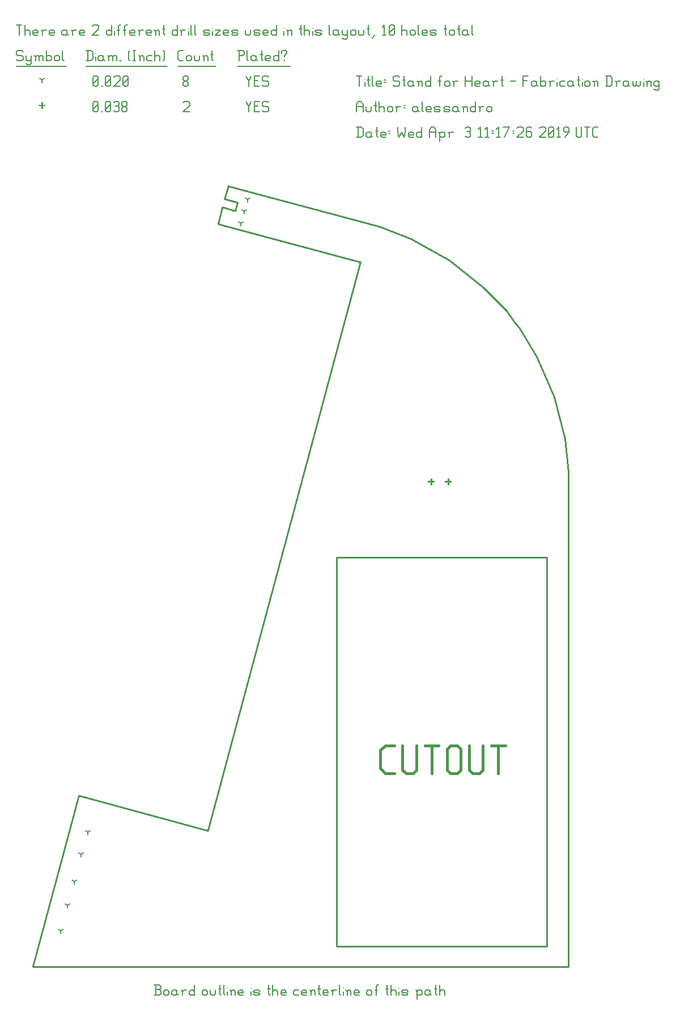
<source format=gbr>
G04 start of page 11 for group -3984 idx -3984 *
G04 Title: Stand for Heart, fab *
G04 Creator: pcb 4.0.2 *
G04 CreationDate: Wed Apr  3 11:17:26 2019 UTC *
G04 For: alez *
G04 Format: Gerber/RS-274X *
G04 PCB-Dimensions (mil): 3346.46 4724.41 *
G04 PCB-Coordinate-Origin: lower left *
%MOIN*%
%FSLAX25Y25*%
%LNFAB*%
%ADD50C,0.0163*%
%ADD49C,0.0100*%
%ADD48C,0.0075*%
%ADD47C,0.0060*%
%ADD46R,0.0080X0.0080*%
G54D46*X244000Y294041D02*Y290841D01*
X242400Y292441D02*X245600D01*
X254000Y294041D02*Y290841D01*
X252400Y292441D02*X255600D01*
X15000Y515291D02*Y512091D01*
X13400Y513691D02*X16600D01*
G54D47*X135000Y515941D02*X136500Y512941D01*
X138000Y515941D01*
X136500Y512941D02*Y509941D01*
X139800Y513241D02*X142050D01*
X139800Y509941D02*X142800D01*
X139800Y515941D02*Y509941D01*
Y515941D02*X142800D01*
X147600D02*X148350Y515191D01*
X145350Y515941D02*X147600D01*
X144600Y515191D02*X145350Y515941D01*
X144600Y515191D02*Y513691D01*
X145350Y512941D01*
X147600D01*
X148350Y512191D01*
Y510691D01*
X147600Y509941D02*X148350Y510691D01*
X145350Y509941D02*X147600D01*
X144600Y510691D02*X145350Y509941D01*
X98000Y515191D02*X98750Y515941D01*
X101000D01*
X101750Y515191D01*
Y513691D01*
X98000Y509941D02*X101750Y513691D01*
X98000Y509941D02*X101750D01*
X45000Y510691D02*X45750Y509941D01*
X45000Y515191D02*Y510691D01*
Y515191D02*X45750Y515941D01*
X47250D01*
X48000Y515191D01*
Y510691D01*
X47250Y509941D02*X48000Y510691D01*
X45750Y509941D02*X47250D01*
X45000Y511441D02*X48000Y514441D01*
X49800Y509941D02*X50550D01*
X52350Y510691D02*X53100Y509941D01*
X52350Y515191D02*Y510691D01*
Y515191D02*X53100Y515941D01*
X54600D01*
X55350Y515191D01*
Y510691D01*
X54600Y509941D02*X55350Y510691D01*
X53100Y509941D02*X54600D01*
X52350Y511441D02*X55350Y514441D01*
X57150Y515191D02*X57900Y515941D01*
X59400D01*
X60150Y515191D01*
X59400Y509941D02*X60150Y510691D01*
X57900Y509941D02*X59400D01*
X57150Y510691D02*X57900Y509941D01*
Y513241D02*X59400D01*
X60150Y515191D02*Y513991D01*
Y512491D02*Y510691D01*
Y512491D02*X59400Y513241D01*
X60150Y513991D02*X59400Y513241D01*
X61950Y510691D02*X62700Y509941D01*
X61950Y511891D02*Y510691D01*
Y511891D02*X63000Y512941D01*
X63900D01*
X64950Y511891D01*
Y510691D01*
X64200Y509941D02*X64950Y510691D01*
X62700Y509941D02*X64200D01*
X61950Y513991D02*X63000Y512941D01*
X61950Y515191D02*Y513991D01*
Y515191D02*X62700Y515941D01*
X64200D01*
X64950Y515191D01*
Y513991D01*
X63900Y512941D02*X64950Y513991D01*
X134000Y451441D02*Y449841D01*
Y451441D02*X135387Y452241D01*
X134000Y451441D02*X132613Y452241D01*
X136000Y458441D02*Y456841D01*
Y458441D02*X137387Y459241D01*
X136000Y458441D02*X134613Y459241D01*
X132000Y444441D02*Y442841D01*
Y444441D02*X133387Y445241D01*
X132000Y444441D02*X130613Y445241D01*
X38000Y73441D02*Y71841D01*
Y73441D02*X39387Y74241D01*
X38000Y73441D02*X36613Y74241D01*
X42000Y86441D02*Y84841D01*
Y86441D02*X43387Y87241D01*
X42000Y86441D02*X40613Y87241D01*
X34000Y57441D02*Y55841D01*
Y57441D02*X35387Y58241D01*
X34000Y57441D02*X32613Y58241D01*
X30000Y43441D02*Y41841D01*
Y43441D02*X31387Y44241D01*
X30000Y43441D02*X28613Y44241D01*
X26000Y28441D02*Y26841D01*
Y28441D02*X27387Y29241D01*
X26000Y28441D02*X24613Y29241D01*
X15000Y528691D02*Y527091D01*
Y528691D02*X16387Y529491D01*
X15000Y528691D02*X13613Y529491D01*
X135000Y530941D02*X136500Y527941D01*
X138000Y530941D01*
X136500Y527941D02*Y524941D01*
X139800Y528241D02*X142050D01*
X139800Y524941D02*X142800D01*
X139800Y530941D02*Y524941D01*
Y530941D02*X142800D01*
X147600D02*X148350Y530191D01*
X145350Y530941D02*X147600D01*
X144600Y530191D02*X145350Y530941D01*
X144600Y530191D02*Y528691D01*
X145350Y527941D01*
X147600D01*
X148350Y527191D01*
Y525691D01*
X147600Y524941D02*X148350Y525691D01*
X145350Y524941D02*X147600D01*
X144600Y525691D02*X145350Y524941D01*
X98000Y525691D02*X98750Y524941D01*
X98000Y526891D02*Y525691D01*
Y526891D02*X99050Y527941D01*
X99950D01*
X101000Y526891D01*
Y525691D01*
X100250Y524941D02*X101000Y525691D01*
X98750Y524941D02*X100250D01*
X98000Y528991D02*X99050Y527941D01*
X98000Y530191D02*Y528991D01*
Y530191D02*X98750Y530941D01*
X100250D01*
X101000Y530191D01*
Y528991D01*
X99950Y527941D02*X101000Y528991D01*
X45000Y525691D02*X45750Y524941D01*
X45000Y530191D02*Y525691D01*
Y530191D02*X45750Y530941D01*
X47250D01*
X48000Y530191D01*
Y525691D01*
X47250Y524941D02*X48000Y525691D01*
X45750Y524941D02*X47250D01*
X45000Y526441D02*X48000Y529441D01*
X49800Y524941D02*X50550D01*
X52350Y525691D02*X53100Y524941D01*
X52350Y530191D02*Y525691D01*
Y530191D02*X53100Y530941D01*
X54600D01*
X55350Y530191D01*
Y525691D01*
X54600Y524941D02*X55350Y525691D01*
X53100Y524941D02*X54600D01*
X52350Y526441D02*X55350Y529441D01*
X57150Y530191D02*X57900Y530941D01*
X60150D01*
X60900Y530191D01*
Y528691D01*
X57150Y524941D02*X60900Y528691D01*
X57150Y524941D02*X60900D01*
X62700Y525691D02*X63450Y524941D01*
X62700Y530191D02*Y525691D01*
Y530191D02*X63450Y530941D01*
X64950D01*
X65700Y530191D01*
Y525691D01*
X64950Y524941D02*X65700Y525691D01*
X63450Y524941D02*X64950D01*
X62700Y526441D02*X65700Y529441D01*
X3000Y545941D02*X3750Y545191D01*
X750Y545941D02*X3000D01*
X0Y545191D02*X750Y545941D01*
X0Y545191D02*Y543691D01*
X750Y542941D01*
X3000D01*
X3750Y542191D01*
Y540691D01*
X3000Y539941D02*X3750Y540691D01*
X750Y539941D02*X3000D01*
X0Y540691D02*X750Y539941D01*
X5550Y542941D02*Y540691D01*
X6300Y539941D01*
X8550Y542941D02*Y538441D01*
X7800Y537691D02*X8550Y538441D01*
X6300Y537691D02*X7800D01*
X5550Y538441D02*X6300Y537691D01*
Y539941D02*X7800D01*
X8550Y540691D01*
X11100Y542191D02*Y539941D01*
Y542191D02*X11850Y542941D01*
X12600D01*
X13350Y542191D01*
Y539941D01*
Y542191D02*X14100Y542941D01*
X14850D01*
X15600Y542191D01*
Y539941D01*
X10350Y542941D02*X11100Y542191D01*
X17400Y545941D02*Y539941D01*
Y540691D02*X18150Y539941D01*
X19650D01*
X20400Y540691D01*
Y542191D02*Y540691D01*
X19650Y542941D02*X20400Y542191D01*
X18150Y542941D02*X19650D01*
X17400Y542191D02*X18150Y542941D01*
X22200Y542191D02*Y540691D01*
Y542191D02*X22950Y542941D01*
X24450D01*
X25200Y542191D01*
Y540691D01*
X24450Y539941D02*X25200Y540691D01*
X22950Y539941D02*X24450D01*
X22200Y540691D02*X22950Y539941D01*
X27000Y545941D02*Y540691D01*
X27750Y539941D01*
X0Y536691D02*X29250D01*
X41750Y545941D02*Y539941D01*
X43700Y545941D02*X44750Y544891D01*
Y540991D01*
X43700Y539941D02*X44750Y540991D01*
X41000Y539941D02*X43700D01*
X41000Y545941D02*X43700D01*
G54D48*X46550Y544441D02*Y544291D01*
G54D47*Y542191D02*Y539941D01*
X50300Y542941D02*X51050Y542191D01*
X48800Y542941D02*X50300D01*
X48050Y542191D02*X48800Y542941D01*
X48050Y542191D02*Y540691D01*
X48800Y539941D01*
X51050Y542941D02*Y540691D01*
X51800Y539941D01*
X48800D02*X50300D01*
X51050Y540691D01*
X54350Y542191D02*Y539941D01*
Y542191D02*X55100Y542941D01*
X55850D01*
X56600Y542191D01*
Y539941D01*
Y542191D02*X57350Y542941D01*
X58100D01*
X58850Y542191D01*
Y539941D01*
X53600Y542941D02*X54350Y542191D01*
X60650Y539941D02*X61400D01*
X65900Y540691D02*X66650Y539941D01*
X65900Y545191D02*X66650Y545941D01*
X65900Y545191D02*Y540691D01*
X68450Y545941D02*X69950D01*
X69200D02*Y539941D01*
X68450D02*X69950D01*
X72500Y542191D02*Y539941D01*
Y542191D02*X73250Y542941D01*
X74000D01*
X74750Y542191D01*
Y539941D01*
X71750Y542941D02*X72500Y542191D01*
X77300Y542941D02*X79550D01*
X76550Y542191D02*X77300Y542941D01*
X76550Y542191D02*Y540691D01*
X77300Y539941D01*
X79550D01*
X81350Y545941D02*Y539941D01*
Y542191D02*X82100Y542941D01*
X83600D01*
X84350Y542191D01*
Y539941D01*
X86150Y545941D02*X86900Y545191D01*
Y540691D01*
X86150Y539941D02*X86900Y540691D01*
X41000Y536691D02*X88700D01*
X96050Y539941D02*X98000D01*
X95000Y540991D02*X96050Y539941D01*
X95000Y544891D02*Y540991D01*
Y544891D02*X96050Y545941D01*
X98000D01*
X99800Y542191D02*Y540691D01*
Y542191D02*X100550Y542941D01*
X102050D01*
X102800Y542191D01*
Y540691D01*
X102050Y539941D02*X102800Y540691D01*
X100550Y539941D02*X102050D01*
X99800Y540691D02*X100550Y539941D01*
X104600Y542941D02*Y540691D01*
X105350Y539941D01*
X106850D01*
X107600Y540691D01*
Y542941D02*Y540691D01*
X110150Y542191D02*Y539941D01*
Y542191D02*X110900Y542941D01*
X111650D01*
X112400Y542191D01*
Y539941D01*
X109400Y542941D02*X110150Y542191D01*
X114950Y545941D02*Y540691D01*
X115700Y539941D01*
X114200Y543691D02*X115700D01*
X95000Y536691D02*X117200D01*
X130750Y545941D02*Y539941D01*
X130000Y545941D02*X133000D01*
X133750Y545191D01*
Y543691D01*
X133000Y542941D02*X133750Y543691D01*
X130750Y542941D02*X133000D01*
X135550Y545941D02*Y540691D01*
X136300Y539941D01*
X140050Y542941D02*X140800Y542191D01*
X138550Y542941D02*X140050D01*
X137800Y542191D02*X138550Y542941D01*
X137800Y542191D02*Y540691D01*
X138550Y539941D01*
X140800Y542941D02*Y540691D01*
X141550Y539941D01*
X138550D02*X140050D01*
X140800Y540691D01*
X144100Y545941D02*Y540691D01*
X144850Y539941D01*
X143350Y543691D02*X144850D01*
X147100Y539941D02*X149350D01*
X146350Y540691D02*X147100Y539941D01*
X146350Y542191D02*Y540691D01*
Y542191D02*X147100Y542941D01*
X148600D01*
X149350Y542191D01*
X146350Y541441D02*X149350D01*
Y542191D02*Y541441D01*
X154150Y545941D02*Y539941D01*
X153400D02*X154150Y540691D01*
X151900Y539941D02*X153400D01*
X151150Y540691D02*X151900Y539941D01*
X151150Y542191D02*Y540691D01*
Y542191D02*X151900Y542941D01*
X153400D01*
X154150Y542191D01*
X157450Y542941D02*Y542191D01*
Y540691D02*Y539941D01*
X155950Y545191D02*Y544441D01*
Y545191D02*X156700Y545941D01*
X158200D01*
X158950Y545191D01*
Y544441D01*
X157450Y542941D02*X158950Y544441D01*
X130000Y536691D02*X160750D01*
X0Y560941D02*X3000D01*
X1500D02*Y554941D01*
X4800Y560941D02*Y554941D01*
Y557191D02*X5550Y557941D01*
X7050D01*
X7800Y557191D01*
Y554941D01*
X10350D02*X12600D01*
X9600Y555691D02*X10350Y554941D01*
X9600Y557191D02*Y555691D01*
Y557191D02*X10350Y557941D01*
X11850D01*
X12600Y557191D01*
X9600Y556441D02*X12600D01*
Y557191D02*Y556441D01*
X15150Y557191D02*Y554941D01*
Y557191D02*X15900Y557941D01*
X17400D01*
X14400D02*X15150Y557191D01*
X19950Y554941D02*X22200D01*
X19200Y555691D02*X19950Y554941D01*
X19200Y557191D02*Y555691D01*
Y557191D02*X19950Y557941D01*
X21450D01*
X22200Y557191D01*
X19200Y556441D02*X22200D01*
Y557191D02*Y556441D01*
X28950Y557941D02*X29700Y557191D01*
X27450Y557941D02*X28950D01*
X26700Y557191D02*X27450Y557941D01*
X26700Y557191D02*Y555691D01*
X27450Y554941D01*
X29700Y557941D02*Y555691D01*
X30450Y554941D01*
X27450D02*X28950D01*
X29700Y555691D01*
X33000Y557191D02*Y554941D01*
Y557191D02*X33750Y557941D01*
X35250D01*
X32250D02*X33000Y557191D01*
X37800Y554941D02*X40050D01*
X37050Y555691D02*X37800Y554941D01*
X37050Y557191D02*Y555691D01*
Y557191D02*X37800Y557941D01*
X39300D01*
X40050Y557191D01*
X37050Y556441D02*X40050D01*
Y557191D02*Y556441D01*
X44550Y560191D02*X45300Y560941D01*
X47550D01*
X48300Y560191D01*
Y558691D01*
X44550Y554941D02*X48300Y558691D01*
X44550Y554941D02*X48300D01*
X55800Y560941D02*Y554941D01*
X55050D02*X55800Y555691D01*
X53550Y554941D02*X55050D01*
X52800Y555691D02*X53550Y554941D01*
X52800Y557191D02*Y555691D01*
Y557191D02*X53550Y557941D01*
X55050D01*
X55800Y557191D01*
G54D48*X57600Y559441D02*Y559291D01*
G54D47*Y557191D02*Y554941D01*
X59850Y560191D02*Y554941D01*
Y560191D02*X60600Y560941D01*
X61350D01*
X59100Y557941D02*X60600D01*
X63600Y560191D02*Y554941D01*
Y560191D02*X64350Y560941D01*
X65100D01*
X62850Y557941D02*X64350D01*
X67350Y554941D02*X69600D01*
X66600Y555691D02*X67350Y554941D01*
X66600Y557191D02*Y555691D01*
Y557191D02*X67350Y557941D01*
X68850D01*
X69600Y557191D01*
X66600Y556441D02*X69600D01*
Y557191D02*Y556441D01*
X72150Y557191D02*Y554941D01*
Y557191D02*X72900Y557941D01*
X74400D01*
X71400D02*X72150Y557191D01*
X76950Y554941D02*X79200D01*
X76200Y555691D02*X76950Y554941D01*
X76200Y557191D02*Y555691D01*
Y557191D02*X76950Y557941D01*
X78450D01*
X79200Y557191D01*
X76200Y556441D02*X79200D01*
Y557191D02*Y556441D01*
X81750Y557191D02*Y554941D01*
Y557191D02*X82500Y557941D01*
X83250D01*
X84000Y557191D01*
Y554941D01*
X81000Y557941D02*X81750Y557191D01*
X86550Y560941D02*Y555691D01*
X87300Y554941D01*
X85800Y558691D02*X87300D01*
X94500Y560941D02*Y554941D01*
X93750D02*X94500Y555691D01*
X92250Y554941D02*X93750D01*
X91500Y555691D02*X92250Y554941D01*
X91500Y557191D02*Y555691D01*
Y557191D02*X92250Y557941D01*
X93750D01*
X94500Y557191D01*
X97050D02*Y554941D01*
Y557191D02*X97800Y557941D01*
X99300D01*
X96300D02*X97050Y557191D01*
G54D48*X101100Y559441D02*Y559291D01*
G54D47*Y557191D02*Y554941D01*
X102600Y560941D02*Y555691D01*
X103350Y554941D01*
X104850Y560941D02*Y555691D01*
X105600Y554941D01*
X110550D02*X112800D01*
X113550Y555691D01*
X112800Y556441D02*X113550Y555691D01*
X110550Y556441D02*X112800D01*
X109800Y557191D02*X110550Y556441D01*
X109800Y557191D02*X110550Y557941D01*
X112800D01*
X113550Y557191D01*
X109800Y555691D02*X110550Y554941D01*
G54D48*X115350Y559441D02*Y559291D01*
G54D47*Y557191D02*Y554941D01*
X116850Y557941D02*X119850D01*
X116850Y554941D02*X119850Y557941D01*
X116850Y554941D02*X119850D01*
X122400D02*X124650D01*
X121650Y555691D02*X122400Y554941D01*
X121650Y557191D02*Y555691D01*
Y557191D02*X122400Y557941D01*
X123900D01*
X124650Y557191D01*
X121650Y556441D02*X124650D01*
Y557191D02*Y556441D01*
X127200Y554941D02*X129450D01*
X130200Y555691D01*
X129450Y556441D02*X130200Y555691D01*
X127200Y556441D02*X129450D01*
X126450Y557191D02*X127200Y556441D01*
X126450Y557191D02*X127200Y557941D01*
X129450D01*
X130200Y557191D01*
X126450Y555691D02*X127200Y554941D01*
X134700Y557941D02*Y555691D01*
X135450Y554941D01*
X136950D01*
X137700Y555691D01*
Y557941D02*Y555691D01*
X140250Y554941D02*X142500D01*
X143250Y555691D01*
X142500Y556441D02*X143250Y555691D01*
X140250Y556441D02*X142500D01*
X139500Y557191D02*X140250Y556441D01*
X139500Y557191D02*X140250Y557941D01*
X142500D01*
X143250Y557191D01*
X139500Y555691D02*X140250Y554941D01*
X145800D02*X148050D01*
X145050Y555691D02*X145800Y554941D01*
X145050Y557191D02*Y555691D01*
Y557191D02*X145800Y557941D01*
X147300D01*
X148050Y557191D01*
X145050Y556441D02*X148050D01*
Y557191D02*Y556441D01*
X152850Y560941D02*Y554941D01*
X152100D02*X152850Y555691D01*
X150600Y554941D02*X152100D01*
X149850Y555691D02*X150600Y554941D01*
X149850Y557191D02*Y555691D01*
Y557191D02*X150600Y557941D01*
X152100D01*
X152850Y557191D01*
G54D48*X157350Y559441D02*Y559291D01*
G54D47*Y557191D02*Y554941D01*
X159600Y557191D02*Y554941D01*
Y557191D02*X160350Y557941D01*
X161100D01*
X161850Y557191D01*
Y554941D01*
X158850Y557941D02*X159600Y557191D01*
X167100Y560941D02*Y555691D01*
X167850Y554941D01*
X166350Y558691D02*X167850D01*
X169350Y560941D02*Y554941D01*
Y557191D02*X170100Y557941D01*
X171600D01*
X172350Y557191D01*
Y554941D01*
G54D48*X174150Y559441D02*Y559291D01*
G54D47*Y557191D02*Y554941D01*
X176400D02*X178650D01*
X179400Y555691D01*
X178650Y556441D02*X179400Y555691D01*
X176400Y556441D02*X178650D01*
X175650Y557191D02*X176400Y556441D01*
X175650Y557191D02*X176400Y557941D01*
X178650D01*
X179400Y557191D01*
X175650Y555691D02*X176400Y554941D01*
X183900Y560941D02*Y555691D01*
X184650Y554941D01*
X188400Y557941D02*X189150Y557191D01*
X186900Y557941D02*X188400D01*
X186150Y557191D02*X186900Y557941D01*
X186150Y557191D02*Y555691D01*
X186900Y554941D01*
X189150Y557941D02*Y555691D01*
X189900Y554941D01*
X186900D02*X188400D01*
X189150Y555691D01*
X191700Y557941D02*Y555691D01*
X192450Y554941D01*
X194700Y557941D02*Y553441D01*
X193950Y552691D02*X194700Y553441D01*
X192450Y552691D02*X193950D01*
X191700Y553441D02*X192450Y552691D01*
Y554941D02*X193950D01*
X194700Y555691D01*
X196500Y557191D02*Y555691D01*
Y557191D02*X197250Y557941D01*
X198750D01*
X199500Y557191D01*
Y555691D01*
X198750Y554941D02*X199500Y555691D01*
X197250Y554941D02*X198750D01*
X196500Y555691D02*X197250Y554941D01*
X201300Y557941D02*Y555691D01*
X202050Y554941D01*
X203550D01*
X204300Y555691D01*
Y557941D02*Y555691D01*
X206850Y560941D02*Y555691D01*
X207600Y554941D01*
X206100Y558691D02*X207600D01*
X209100Y553441D02*X210600Y554941D01*
X215100Y559741D02*X216300Y560941D01*
Y554941D01*
X215100D02*X217350D01*
X219150Y555691D02*X219900Y554941D01*
X219150Y560191D02*Y555691D01*
Y560191D02*X219900Y560941D01*
X221400D01*
X222150Y560191D01*
Y555691D01*
X221400Y554941D02*X222150Y555691D01*
X219900Y554941D02*X221400D01*
X219150Y556441D02*X222150Y559441D01*
X226650Y560941D02*Y554941D01*
Y557191D02*X227400Y557941D01*
X228900D01*
X229650Y557191D01*
Y554941D01*
X231450Y557191D02*Y555691D01*
Y557191D02*X232200Y557941D01*
X233700D01*
X234450Y557191D01*
Y555691D01*
X233700Y554941D02*X234450Y555691D01*
X232200Y554941D02*X233700D01*
X231450Y555691D02*X232200Y554941D01*
X236250Y560941D02*Y555691D01*
X237000Y554941D01*
X239250D02*X241500D01*
X238500Y555691D02*X239250Y554941D01*
X238500Y557191D02*Y555691D01*
Y557191D02*X239250Y557941D01*
X240750D01*
X241500Y557191D01*
X238500Y556441D02*X241500D01*
Y557191D02*Y556441D01*
X244050Y554941D02*X246300D01*
X247050Y555691D01*
X246300Y556441D02*X247050Y555691D01*
X244050Y556441D02*X246300D01*
X243300Y557191D02*X244050Y556441D01*
X243300Y557191D02*X244050Y557941D01*
X246300D01*
X247050Y557191D01*
X243300Y555691D02*X244050Y554941D01*
X252300Y560941D02*Y555691D01*
X253050Y554941D01*
X251550Y558691D02*X253050D01*
X254550Y557191D02*Y555691D01*
Y557191D02*X255300Y557941D01*
X256800D01*
X257550Y557191D01*
Y555691D01*
X256800Y554941D02*X257550Y555691D01*
X255300Y554941D02*X256800D01*
X254550Y555691D02*X255300Y554941D01*
X260100Y560941D02*Y555691D01*
X260850Y554941D01*
X259350Y558691D02*X260850D01*
X264600Y557941D02*X265350Y557191D01*
X263100Y557941D02*X264600D01*
X262350Y557191D02*X263100Y557941D01*
X262350Y557191D02*Y555691D01*
X263100Y554941D01*
X265350Y557941D02*Y555691D01*
X266100Y554941D01*
X263100D02*X264600D01*
X265350Y555691D01*
X267900Y560941D02*Y555691D01*
X268650Y554941D01*
G54D49*X324556Y298257D02*X322407Y317490D01*
X316125Y342446D01*
X305920Y366068D01*
X295915Y382632D01*
X292014Y387715D01*
X288108Y392804D01*
X274701Y406753D01*
X254525Y422725D01*
X232043Y435258D01*
X214025Y442306D01*
X207835Y443960D01*
X324556Y298257D02*Y7393D01*
X9598D02*X324556D01*
X118457Y444096D02*X121045Y453758D01*
X122342Y458588D02*X124409Y466313D01*
X112571Y87472D02*X202122Y421678D01*
X124393Y466152D02*X207858Y444105D01*
X9433Y7491D02*X36598Y107885D01*
X129905Y456703D02*X122425Y458672D01*
X201952Y421664D02*X118488Y444105D01*
X36598Y107885D02*X112582Y87412D01*
X128724Y451585D02*X129905Y456703D01*
X120850Y453948D02*X128724Y451585D01*
X188247Y248038D02*X312042D01*
Y19312D01*
X188247D01*
Y248038D01*
G54D50*X216856Y121041D02*X222160D01*
X214000Y123897D02*X216856Y121041D01*
X214000Y134505D02*Y123897D01*
Y134505D02*X216856Y137361D01*
X222160D01*
X227056D02*Y123081D01*
X229096Y121041D01*
X233176D01*
X235216Y123081D01*
Y137361D02*Y123081D01*
X240112Y137361D02*X248272D01*
X244192D02*Y121041D01*
X253168Y135321D02*Y123081D01*
Y135321D02*X255208Y137361D01*
X259288D01*
X261328Y135321D01*
Y123081D01*
X259288Y121041D02*X261328Y123081D01*
X255208Y121041D02*X259288D01*
X253168Y123081D02*X255208Y121041D01*
X266224Y137361D02*Y123081D01*
X268264Y121041D01*
X272344D01*
X274384Y123081D01*
Y137361D02*Y123081D01*
X279280Y137361D02*X287440D01*
X283360D02*Y121041D01*
G54D47*X80998Y-9500D02*X83998D01*
X84748Y-8750D01*
Y-6950D02*Y-8750D01*
X83998Y-6200D02*X84748Y-6950D01*
X81748Y-6200D02*X83998D01*
X81748Y-3500D02*Y-9500D01*
X80998Y-3500D02*X83998D01*
X84748Y-4250D01*
Y-5450D01*
X83998Y-6200D02*X84748Y-5450D01*
X86548Y-7250D02*Y-8750D01*
Y-7250D02*X87298Y-6500D01*
X88798D01*
X89548Y-7250D01*
Y-8750D01*
X88798Y-9500D02*X89548Y-8750D01*
X87298Y-9500D02*X88798D01*
X86548Y-8750D02*X87298Y-9500D01*
X93598Y-6500D02*X94348Y-7250D01*
X92098Y-6500D02*X93598D01*
X91348Y-7250D02*X92098Y-6500D01*
X91348Y-7250D02*Y-8750D01*
X92098Y-9500D01*
X94348Y-6500D02*Y-8750D01*
X95098Y-9500D01*
X92098D02*X93598D01*
X94348Y-8750D01*
X97648Y-7250D02*Y-9500D01*
Y-7250D02*X98398Y-6500D01*
X99898D01*
X96898D02*X97648Y-7250D01*
X104698Y-3500D02*Y-9500D01*
X103948D02*X104698Y-8750D01*
X102448Y-9500D02*X103948D01*
X101698Y-8750D02*X102448Y-9500D01*
X101698Y-7250D02*Y-8750D01*
Y-7250D02*X102448Y-6500D01*
X103948D01*
X104698Y-7250D01*
X109198D02*Y-8750D01*
Y-7250D02*X109948Y-6500D01*
X111448D01*
X112198Y-7250D01*
Y-8750D01*
X111448Y-9500D02*X112198Y-8750D01*
X109948Y-9500D02*X111448D01*
X109198Y-8750D02*X109948Y-9500D01*
X113998Y-6500D02*Y-8750D01*
X114748Y-9500D01*
X116248D01*
X116998Y-8750D01*
Y-6500D02*Y-8750D01*
X119548Y-3500D02*Y-8750D01*
X120298Y-9500D01*
X118798Y-5750D02*X120298D01*
X121798Y-3500D02*Y-8750D01*
X122548Y-9500D01*
G54D48*X124048Y-5000D02*Y-5150D01*
G54D47*Y-7250D02*Y-9500D01*
X126298Y-7250D02*Y-9500D01*
Y-7250D02*X127048Y-6500D01*
X127798D01*
X128548Y-7250D01*
Y-9500D01*
X125548Y-6500D02*X126298Y-7250D01*
X131098Y-9500D02*X133348D01*
X130348Y-8750D02*X131098Y-9500D01*
X130348Y-7250D02*Y-8750D01*
Y-7250D02*X131098Y-6500D01*
X132598D01*
X133348Y-7250D01*
X130348Y-8000D02*X133348D01*
Y-7250D02*Y-8000D01*
G54D48*X137848Y-5000D02*Y-5150D01*
G54D47*Y-7250D02*Y-9500D01*
X140098D02*X142348D01*
X143098Y-8750D01*
X142348Y-8000D02*X143098Y-8750D01*
X140098Y-8000D02*X142348D01*
X139348Y-7250D02*X140098Y-8000D01*
X139348Y-7250D02*X140098Y-6500D01*
X142348D01*
X143098Y-7250D01*
X139348Y-8750D02*X140098Y-9500D01*
X148348Y-3500D02*Y-8750D01*
X149098Y-9500D01*
X147598Y-5750D02*X149098D01*
X150598Y-3500D02*Y-9500D01*
Y-7250D02*X151348Y-6500D01*
X152848D01*
X153598Y-7250D01*
Y-9500D01*
X156148D02*X158398D01*
X155398Y-8750D02*X156148Y-9500D01*
X155398Y-7250D02*Y-8750D01*
Y-7250D02*X156148Y-6500D01*
X157648D01*
X158398Y-7250D01*
X155398Y-8000D02*X158398D01*
Y-7250D02*Y-8000D01*
X163648Y-6500D02*X165898D01*
X162898Y-7250D02*X163648Y-6500D01*
X162898Y-7250D02*Y-8750D01*
X163648Y-9500D01*
X165898D01*
X168448D02*X170698D01*
X167698Y-8750D02*X168448Y-9500D01*
X167698Y-7250D02*Y-8750D01*
Y-7250D02*X168448Y-6500D01*
X169948D01*
X170698Y-7250D01*
X167698Y-8000D02*X170698D01*
Y-7250D02*Y-8000D01*
X173248Y-7250D02*Y-9500D01*
Y-7250D02*X173998Y-6500D01*
X174748D01*
X175498Y-7250D01*
Y-9500D01*
X172498Y-6500D02*X173248Y-7250D01*
X178048Y-3500D02*Y-8750D01*
X178798Y-9500D01*
X177298Y-5750D02*X178798D01*
X181048Y-9500D02*X183298D01*
X180298Y-8750D02*X181048Y-9500D01*
X180298Y-7250D02*Y-8750D01*
Y-7250D02*X181048Y-6500D01*
X182548D01*
X183298Y-7250D01*
X180298Y-8000D02*X183298D01*
Y-7250D02*Y-8000D01*
X185848Y-7250D02*Y-9500D01*
Y-7250D02*X186598Y-6500D01*
X188098D01*
X185098D02*X185848Y-7250D01*
X189898Y-3500D02*Y-8750D01*
X190648Y-9500D01*
G54D48*X192148Y-5000D02*Y-5150D01*
G54D47*Y-7250D02*Y-9500D01*
X194398Y-7250D02*Y-9500D01*
Y-7250D02*X195148Y-6500D01*
X195898D01*
X196648Y-7250D01*
Y-9500D01*
X193648Y-6500D02*X194398Y-7250D01*
X199198Y-9500D02*X201448D01*
X198448Y-8750D02*X199198Y-9500D01*
X198448Y-7250D02*Y-8750D01*
Y-7250D02*X199198Y-6500D01*
X200698D01*
X201448Y-7250D01*
X198448Y-8000D02*X201448D01*
Y-7250D02*Y-8000D01*
X205948Y-7250D02*Y-8750D01*
Y-7250D02*X206698Y-6500D01*
X208198D01*
X208948Y-7250D01*
Y-8750D01*
X208198Y-9500D02*X208948Y-8750D01*
X206698Y-9500D02*X208198D01*
X205948Y-8750D02*X206698Y-9500D01*
X211498Y-4250D02*Y-9500D01*
Y-4250D02*X212248Y-3500D01*
X212998D01*
X210748Y-6500D02*X212248D01*
X217948Y-3500D02*Y-8750D01*
X218698Y-9500D01*
X217198Y-5750D02*X218698D01*
X220198Y-3500D02*Y-9500D01*
Y-7250D02*X220948Y-6500D01*
X222448D01*
X223198Y-7250D01*
Y-9500D01*
G54D48*X224998Y-5000D02*Y-5150D01*
G54D47*Y-7250D02*Y-9500D01*
X227248D02*X229498D01*
X230248Y-8750D01*
X229498Y-8000D02*X230248Y-8750D01*
X227248Y-8000D02*X229498D01*
X226498Y-7250D02*X227248Y-8000D01*
X226498Y-7250D02*X227248Y-6500D01*
X229498D01*
X230248Y-7250D01*
X226498Y-8750D02*X227248Y-9500D01*
X235498Y-7250D02*Y-11750D01*
X234748Y-6500D02*X235498Y-7250D01*
X236248Y-6500D01*
X237748D01*
X238498Y-7250D01*
Y-8750D01*
X237748Y-9500D02*X238498Y-8750D01*
X236248Y-9500D02*X237748D01*
X235498Y-8750D02*X236248Y-9500D01*
X242548Y-6500D02*X243298Y-7250D01*
X241048Y-6500D02*X242548D01*
X240298Y-7250D02*X241048Y-6500D01*
X240298Y-7250D02*Y-8750D01*
X241048Y-9500D01*
X243298Y-6500D02*Y-8750D01*
X244048Y-9500D01*
X241048D02*X242548D01*
X243298Y-8750D01*
X246598Y-3500D02*Y-8750D01*
X247348Y-9500D01*
X245848Y-5750D02*X247348D01*
X248848Y-3500D02*Y-9500D01*
Y-7250D02*X249598Y-6500D01*
X251098D01*
X251848Y-7250D01*
Y-9500D01*
X200750Y500941D02*Y494941D01*
X202700Y500941D02*X203750Y499891D01*
Y495991D01*
X202700Y494941D02*X203750Y495991D01*
X200000Y494941D02*X202700D01*
X200000Y500941D02*X202700D01*
X207800Y497941D02*X208550Y497191D01*
X206300Y497941D02*X207800D01*
X205550Y497191D02*X206300Y497941D01*
X205550Y497191D02*Y495691D01*
X206300Y494941D01*
X208550Y497941D02*Y495691D01*
X209300Y494941D01*
X206300D02*X207800D01*
X208550Y495691D01*
X211850Y500941D02*Y495691D01*
X212600Y494941D01*
X211100Y498691D02*X212600D01*
X214850Y494941D02*X217100D01*
X214100Y495691D02*X214850Y494941D01*
X214100Y497191D02*Y495691D01*
Y497191D02*X214850Y497941D01*
X216350D01*
X217100Y497191D01*
X214100Y496441D02*X217100D01*
Y497191D02*Y496441D01*
X218900Y498691D02*X219650D01*
X218900Y497191D02*X219650D01*
X224150Y500941D02*Y497941D01*
X224900Y494941D01*
X226400Y497941D01*
X227900Y494941D01*
X228650Y497941D01*
Y500941D02*Y497941D01*
X231200Y494941D02*X233450D01*
X230450Y495691D02*X231200Y494941D01*
X230450Y497191D02*Y495691D01*
Y497191D02*X231200Y497941D01*
X232700D01*
X233450Y497191D01*
X230450Y496441D02*X233450D01*
Y497191D02*Y496441D01*
X238250Y500941D02*Y494941D01*
X237500D02*X238250Y495691D01*
X236000Y494941D02*X237500D01*
X235250Y495691D02*X236000Y494941D01*
X235250Y497191D02*Y495691D01*
Y497191D02*X236000Y497941D01*
X237500D01*
X238250Y497191D01*
X242750Y499441D02*Y494941D01*
Y499441D02*X243800Y500941D01*
X245450D01*
X246500Y499441D01*
Y494941D01*
X242750Y497941D02*X246500D01*
X249050Y497191D02*Y492691D01*
X248300Y497941D02*X249050Y497191D01*
X249800Y497941D01*
X251300D01*
X252050Y497191D01*
Y495691D01*
X251300Y494941D02*X252050Y495691D01*
X249800Y494941D02*X251300D01*
X249050Y495691D02*X249800Y494941D01*
X254600Y497191D02*Y494941D01*
Y497191D02*X255350Y497941D01*
X256850D01*
X253850D02*X254600Y497191D01*
X264050Y500191D02*X264800Y500941D01*
X266300D01*
X267050Y500191D01*
X266300Y494941D02*X267050Y495691D01*
X264800Y494941D02*X266300D01*
X264050Y495691D02*X264800Y494941D01*
Y498241D02*X266300D01*
X267050Y500191D02*Y498991D01*
Y497491D02*Y495691D01*
Y497491D02*X266300Y498241D01*
X267050Y498991D02*X266300Y498241D01*
X271550Y499741D02*X272750Y500941D01*
Y494941D01*
X271550D02*X273800D01*
X275600Y499741D02*X276800Y500941D01*
Y494941D01*
X275600D02*X277850D01*
X279650Y498691D02*X280400D01*
X279650Y497191D02*X280400D01*
X282200Y499741D02*X283400Y500941D01*
Y494941D01*
X282200D02*X284450D01*
X287000D02*X290000Y500941D01*
X286250D02*X290000D01*
X291800Y498691D02*X292550D01*
X291800Y497191D02*X292550D01*
X294350Y500191D02*X295100Y500941D01*
X297350D01*
X298100Y500191D01*
Y498691D01*
X294350Y494941D02*X298100Y498691D01*
X294350Y494941D02*X298100D01*
X302150Y500941D02*X302900Y500191D01*
X300650Y500941D02*X302150D01*
X299900Y500191D02*X300650Y500941D01*
X299900Y500191D02*Y495691D01*
X300650Y494941D01*
X302150Y498241D02*X302900Y497491D01*
X299900Y498241D02*X302150D01*
X300650Y494941D02*X302150D01*
X302900Y495691D01*
Y497491D02*Y495691D01*
X307400Y500191D02*X308150Y500941D01*
X310400D01*
X311150Y500191D01*
Y498691D01*
X307400Y494941D02*X311150Y498691D01*
X307400Y494941D02*X311150D01*
X312950Y495691D02*X313700Y494941D01*
X312950Y500191D02*Y495691D01*
Y500191D02*X313700Y500941D01*
X315200D01*
X315950Y500191D01*
Y495691D01*
X315200Y494941D02*X315950Y495691D01*
X313700Y494941D02*X315200D01*
X312950Y496441D02*X315950Y499441D01*
X317750Y499741D02*X318950Y500941D01*
Y494941D01*
X317750D02*X320000D01*
X322550D02*X324800Y497941D01*
Y500191D02*Y497941D01*
X324050Y500941D02*X324800Y500191D01*
X322550Y500941D02*X324050D01*
X321800Y500191D02*X322550Y500941D01*
X321800Y500191D02*Y498691D01*
X322550Y497941D01*
X324800D01*
X329300Y500941D02*Y495691D01*
X330050Y494941D01*
X331550D01*
X332300Y495691D01*
Y500941D02*Y495691D01*
X334100Y500941D02*X337100D01*
X335600D02*Y494941D01*
X339950D02*X341900D01*
X338900Y495991D02*X339950Y494941D01*
X338900Y499891D02*Y495991D01*
Y499891D02*X339950Y500941D01*
X341900D01*
X200000Y514441D02*Y509941D01*
Y514441D02*X201050Y515941D01*
X202700D01*
X203750Y514441D01*
Y509941D01*
X200000Y512941D02*X203750D01*
X205550D02*Y510691D01*
X206300Y509941D01*
X207800D01*
X208550Y510691D01*
Y512941D02*Y510691D01*
X211100Y515941D02*Y510691D01*
X211850Y509941D01*
X210350Y513691D02*X211850D01*
X213350Y515941D02*Y509941D01*
Y512191D02*X214100Y512941D01*
X215600D01*
X216350Y512191D01*
Y509941D01*
X218150Y512191D02*Y510691D01*
Y512191D02*X218900Y512941D01*
X220400D01*
X221150Y512191D01*
Y510691D01*
X220400Y509941D02*X221150Y510691D01*
X218900Y509941D02*X220400D01*
X218150Y510691D02*X218900Y509941D01*
X223700Y512191D02*Y509941D01*
Y512191D02*X224450Y512941D01*
X225950D01*
X222950D02*X223700Y512191D01*
X227750Y513691D02*X228500D01*
X227750Y512191D02*X228500D01*
X235250Y512941D02*X236000Y512191D01*
X233750Y512941D02*X235250D01*
X233000Y512191D02*X233750Y512941D01*
X233000Y512191D02*Y510691D01*
X233750Y509941D01*
X236000Y512941D02*Y510691D01*
X236750Y509941D01*
X233750D02*X235250D01*
X236000Y510691D01*
X238550Y515941D02*Y510691D01*
X239300Y509941D01*
X241550D02*X243800D01*
X240800Y510691D02*X241550Y509941D01*
X240800Y512191D02*Y510691D01*
Y512191D02*X241550Y512941D01*
X243050D01*
X243800Y512191D01*
X240800Y511441D02*X243800D01*
Y512191D02*Y511441D01*
X246350Y509941D02*X248600D01*
X249350Y510691D01*
X248600Y511441D02*X249350Y510691D01*
X246350Y511441D02*X248600D01*
X245600Y512191D02*X246350Y511441D01*
X245600Y512191D02*X246350Y512941D01*
X248600D01*
X249350Y512191D01*
X245600Y510691D02*X246350Y509941D01*
X251900D02*X254150D01*
X254900Y510691D01*
X254150Y511441D02*X254900Y510691D01*
X251900Y511441D02*X254150D01*
X251150Y512191D02*X251900Y511441D01*
X251150Y512191D02*X251900Y512941D01*
X254150D01*
X254900Y512191D01*
X251150Y510691D02*X251900Y509941D01*
X258950Y512941D02*X259700Y512191D01*
X257450Y512941D02*X258950D01*
X256700Y512191D02*X257450Y512941D01*
X256700Y512191D02*Y510691D01*
X257450Y509941D01*
X259700Y512941D02*Y510691D01*
X260450Y509941D01*
X257450D02*X258950D01*
X259700Y510691D01*
X263000Y512191D02*Y509941D01*
Y512191D02*X263750Y512941D01*
X264500D01*
X265250Y512191D01*
Y509941D01*
X262250Y512941D02*X263000Y512191D01*
X270050Y515941D02*Y509941D01*
X269300D02*X270050Y510691D01*
X267800Y509941D02*X269300D01*
X267050Y510691D02*X267800Y509941D01*
X267050Y512191D02*Y510691D01*
Y512191D02*X267800Y512941D01*
X269300D01*
X270050Y512191D01*
X272600D02*Y509941D01*
Y512191D02*X273350Y512941D01*
X274850D01*
X271850D02*X272600Y512191D01*
X276650D02*Y510691D01*
Y512191D02*X277400Y512941D01*
X278900D01*
X279650Y512191D01*
Y510691D01*
X278900Y509941D02*X279650Y510691D01*
X277400Y509941D02*X278900D01*
X276650Y510691D02*X277400Y509941D01*
X200000Y530941D02*X203000D01*
X201500D02*Y524941D01*
G54D48*X204800Y529441D02*Y529291D01*
G54D47*Y527191D02*Y524941D01*
X207050Y530941D02*Y525691D01*
X207800Y524941D01*
X206300Y528691D02*X207800D01*
X209300Y530941D02*Y525691D01*
X210050Y524941D01*
X212300D02*X214550D01*
X211550Y525691D02*X212300Y524941D01*
X211550Y527191D02*Y525691D01*
Y527191D02*X212300Y527941D01*
X213800D01*
X214550Y527191D01*
X211550Y526441D02*X214550D01*
Y527191D02*Y526441D01*
X216350Y528691D02*X217100D01*
X216350Y527191D02*X217100D01*
X224600Y530941D02*X225350Y530191D01*
X222350Y530941D02*X224600D01*
X221600Y530191D02*X222350Y530941D01*
X221600Y530191D02*Y528691D01*
X222350Y527941D01*
X224600D01*
X225350Y527191D01*
Y525691D01*
X224600Y524941D02*X225350Y525691D01*
X222350Y524941D02*X224600D01*
X221600Y525691D02*X222350Y524941D01*
X227900Y530941D02*Y525691D01*
X228650Y524941D01*
X227150Y528691D02*X228650D01*
X232400Y527941D02*X233150Y527191D01*
X230900Y527941D02*X232400D01*
X230150Y527191D02*X230900Y527941D01*
X230150Y527191D02*Y525691D01*
X230900Y524941D01*
X233150Y527941D02*Y525691D01*
X233900Y524941D01*
X230900D02*X232400D01*
X233150Y525691D01*
X236450Y527191D02*Y524941D01*
Y527191D02*X237200Y527941D01*
X237950D01*
X238700Y527191D01*
Y524941D01*
X235700Y527941D02*X236450Y527191D01*
X243500Y530941D02*Y524941D01*
X242750D02*X243500Y525691D01*
X241250Y524941D02*X242750D01*
X240500Y525691D02*X241250Y524941D01*
X240500Y527191D02*Y525691D01*
Y527191D02*X241250Y527941D01*
X242750D01*
X243500Y527191D01*
X248750Y530191D02*Y524941D01*
Y530191D02*X249500Y530941D01*
X250250D01*
X248000Y527941D02*X249500D01*
X251750Y527191D02*Y525691D01*
Y527191D02*X252500Y527941D01*
X254000D01*
X254750Y527191D01*
Y525691D01*
X254000Y524941D02*X254750Y525691D01*
X252500Y524941D02*X254000D01*
X251750Y525691D02*X252500Y524941D01*
X257300Y527191D02*Y524941D01*
Y527191D02*X258050Y527941D01*
X259550D01*
X256550D02*X257300Y527191D01*
X264050Y530941D02*Y524941D01*
X267800Y530941D02*Y524941D01*
X264050Y527941D02*X267800D01*
X270350Y524941D02*X272600D01*
X269600Y525691D02*X270350Y524941D01*
X269600Y527191D02*Y525691D01*
Y527191D02*X270350Y527941D01*
X271850D01*
X272600Y527191D01*
X269600Y526441D02*X272600D01*
Y527191D02*Y526441D01*
X276650Y527941D02*X277400Y527191D01*
X275150Y527941D02*X276650D01*
X274400Y527191D02*X275150Y527941D01*
X274400Y527191D02*Y525691D01*
X275150Y524941D01*
X277400Y527941D02*Y525691D01*
X278150Y524941D01*
X275150D02*X276650D01*
X277400Y525691D01*
X280700Y527191D02*Y524941D01*
Y527191D02*X281450Y527941D01*
X282950D01*
X279950D02*X280700Y527191D01*
X285500Y530941D02*Y525691D01*
X286250Y524941D01*
X284750Y528691D02*X286250D01*
X290450Y527941D02*X293450D01*
X297950Y530941D02*Y524941D01*
Y530941D02*X300950D01*
X297950Y528241D02*X300200D01*
X305000Y527941D02*X305750Y527191D01*
X303500Y527941D02*X305000D01*
X302750Y527191D02*X303500Y527941D01*
X302750Y527191D02*Y525691D01*
X303500Y524941D01*
X305750Y527941D02*Y525691D01*
X306500Y524941D01*
X303500D02*X305000D01*
X305750Y525691D01*
X308300Y530941D02*Y524941D01*
Y525691D02*X309050Y524941D01*
X310550D01*
X311300Y525691D01*
Y527191D02*Y525691D01*
X310550Y527941D02*X311300Y527191D01*
X309050Y527941D02*X310550D01*
X308300Y527191D02*X309050Y527941D01*
X313850Y527191D02*Y524941D01*
Y527191D02*X314600Y527941D01*
X316100D01*
X313100D02*X313850Y527191D01*
G54D48*X317900Y529441D02*Y529291D01*
G54D47*Y527191D02*Y524941D01*
X320150Y527941D02*X322400D01*
X319400Y527191D02*X320150Y527941D01*
X319400Y527191D02*Y525691D01*
X320150Y524941D01*
X322400D01*
X326450Y527941D02*X327200Y527191D01*
X324950Y527941D02*X326450D01*
X324200Y527191D02*X324950Y527941D01*
X324200Y527191D02*Y525691D01*
X324950Y524941D01*
X327200Y527941D02*Y525691D01*
X327950Y524941D01*
X324950D02*X326450D01*
X327200Y525691D01*
X330500Y530941D02*Y525691D01*
X331250Y524941D01*
X329750Y528691D02*X331250D01*
G54D48*X332750Y529441D02*Y529291D01*
G54D47*Y527191D02*Y524941D01*
X334250Y527191D02*Y525691D01*
Y527191D02*X335000Y527941D01*
X336500D01*
X337250Y527191D01*
Y525691D01*
X336500Y524941D02*X337250Y525691D01*
X335000Y524941D02*X336500D01*
X334250Y525691D02*X335000Y524941D01*
X339800Y527191D02*Y524941D01*
Y527191D02*X340550Y527941D01*
X341300D01*
X342050Y527191D01*
Y524941D01*
X339050Y527941D02*X339800Y527191D01*
X347300Y530941D02*Y524941D01*
X349250Y530941D02*X350300Y529891D01*
Y525991D01*
X349250Y524941D02*X350300Y525991D01*
X346550Y524941D02*X349250D01*
X346550Y530941D02*X349250D01*
X352850Y527191D02*Y524941D01*
Y527191D02*X353600Y527941D01*
X355100D01*
X352100D02*X352850Y527191D01*
X359150Y527941D02*X359900Y527191D01*
X357650Y527941D02*X359150D01*
X356900Y527191D02*X357650Y527941D01*
X356900Y527191D02*Y525691D01*
X357650Y524941D01*
X359900Y527941D02*Y525691D01*
X360650Y524941D01*
X357650D02*X359150D01*
X359900Y525691D01*
X362450Y527941D02*Y525691D01*
X363200Y524941D01*
X363950D01*
X364700Y525691D01*
Y527941D02*Y525691D01*
X365450Y524941D01*
X366200D01*
X366950Y525691D01*
Y527941D02*Y525691D01*
G54D48*X368750Y529441D02*Y529291D01*
G54D47*Y527191D02*Y524941D01*
X371000Y527191D02*Y524941D01*
Y527191D02*X371750Y527941D01*
X372500D01*
X373250Y527191D01*
Y524941D01*
X370250Y527941D02*X371000Y527191D01*
X377300Y527941D02*X378050Y527191D01*
X375800Y527941D02*X377300D01*
X375050Y527191D02*X375800Y527941D01*
X375050Y527191D02*Y525691D01*
X375800Y524941D01*
X377300D01*
X378050Y525691D01*
X375050Y523441D02*X375800Y522691D01*
X377300D01*
X378050Y523441D01*
Y527941D02*Y523441D01*
M02*

</source>
